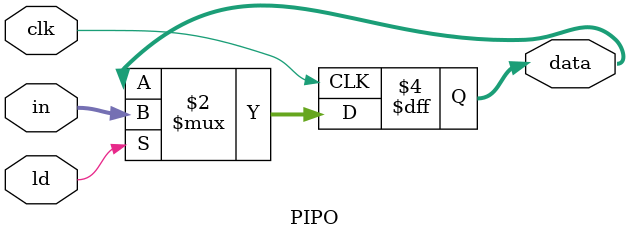
<source format=v>
`timescale 1ns / 1ps


module PIPO(
       
       input clk, ld,
       input [15:0] in,
       output reg [15:0] data
    );
       
       always@(posedge clk)begin
          if(ld)
             data <= in;
       end
endmodule

</source>
